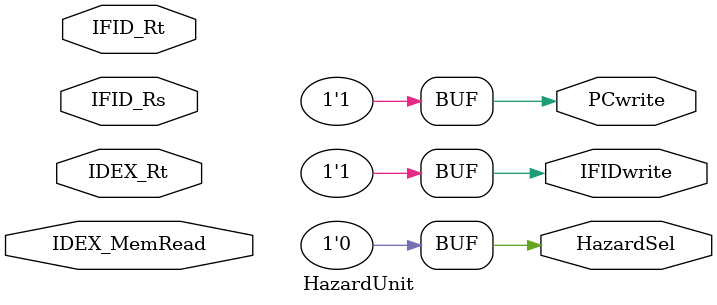
<source format=v>
module HazardUnit(input IDEX_MemRead, input [4:0]IDEX_Rt, IFID_Rs, IFID_Rt, output reg PCwrite, IFIDwrite, HazardSel);
	assign HazardSel = 1'b0;
	assign 	PCwrite = 1'b1; 
	assign IFIDwrite = 1'b1;
	always @(IDEX_MemRead, IDEX_Rt, IFID_Rs, IFID_Rt) begin
		HazardSel = 1'b0; PCwrite = 1'b1; IFIDwrite = 1'b1;
		case(IDEX_Rt)
			IFID_Rs: begin
						if ((IDEX_MemRead == 1'b1) && (IDEX_Rt != 5'd0)) begin HazardSel = 1'b1; PCwrite = 1'b0; IFIDwrite = 1'b0; end
					 end
			IFID_Rt: begin
						if ((IDEX_MemRead == 1'b1) && (IDEX_Rt != 5'd0)) begin HazardSel = 1'b1; PCwrite = 1'b0; IFIDwrite = 1'b0; end
					 end
			default: begin HazardSel = 1'b0; PCwrite = 1'b1; IFIDwrite = 1'b1; end
		endcase
	end
endmodule
</source>
